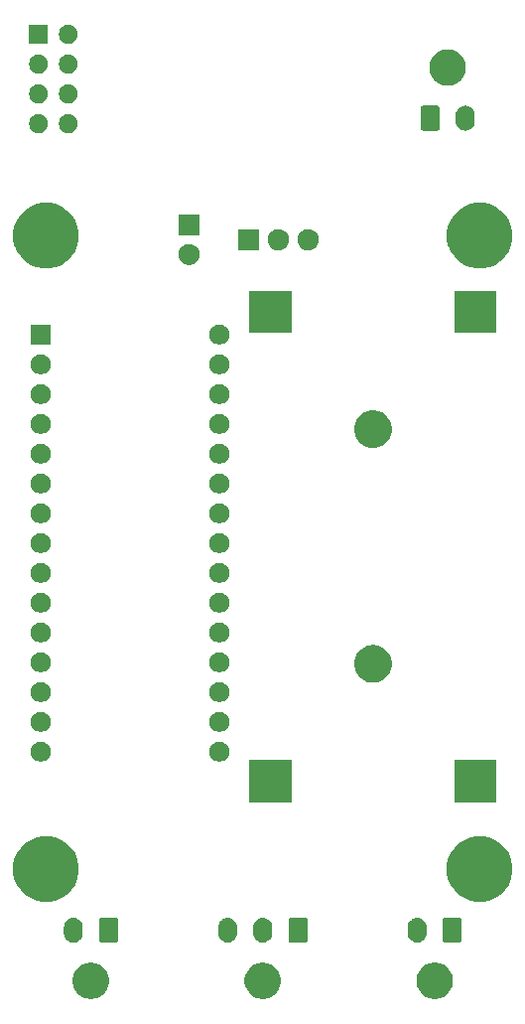
<source format=gbr>
G04 #@! TF.GenerationSoftware,KiCad,Pcbnew,(5.1.5)-3*
G04 #@! TF.CreationDate,2020-05-08T01:08:23-06:00*
G04 #@! TF.ProjectId,MASTER,4d415354-4552-42e6-9b69-6361645f7063,rev?*
G04 #@! TF.SameCoordinates,Original*
G04 #@! TF.FileFunction,Soldermask,Bot*
G04 #@! TF.FilePolarity,Negative*
%FSLAX46Y46*%
G04 Gerber Fmt 4.6, Leading zero omitted, Abs format (unit mm)*
G04 Created by KiCad (PCBNEW (5.1.5)-3) date 2020-05-08 01:08:23*
%MOMM*%
%LPD*%
G04 APERTURE LIST*
%ADD10C,0.100000*%
G04 APERTURE END LIST*
D10*
G36*
X68142585Y-142498802D02*
G01*
X68292410Y-142528604D01*
X68574674Y-142645521D01*
X68828705Y-142815259D01*
X69044741Y-143031295D01*
X69214479Y-143285326D01*
X69331396Y-143567590D01*
X69391000Y-143867240D01*
X69391000Y-144172760D01*
X69331396Y-144472410D01*
X69214479Y-144754674D01*
X69044741Y-145008705D01*
X68828705Y-145224741D01*
X68574674Y-145394479D01*
X68292410Y-145511396D01*
X68142585Y-145541198D01*
X67992761Y-145571000D01*
X67687239Y-145571000D01*
X67537415Y-145541198D01*
X67387590Y-145511396D01*
X67105326Y-145394479D01*
X66851295Y-145224741D01*
X66635259Y-145008705D01*
X66465521Y-144754674D01*
X66348604Y-144472410D01*
X66289000Y-144172760D01*
X66289000Y-143867240D01*
X66348604Y-143567590D01*
X66465521Y-143285326D01*
X66635259Y-143031295D01*
X66851295Y-142815259D01*
X67105326Y-142645521D01*
X67387590Y-142528604D01*
X67537415Y-142498802D01*
X67687239Y-142469000D01*
X67992761Y-142469000D01*
X68142585Y-142498802D01*
G37*
G36*
X82802585Y-142498802D02*
G01*
X82952410Y-142528604D01*
X83234674Y-142645521D01*
X83488705Y-142815259D01*
X83704741Y-143031295D01*
X83874479Y-143285326D01*
X83991396Y-143567590D01*
X84051000Y-143867240D01*
X84051000Y-144172760D01*
X83991396Y-144472410D01*
X83874479Y-144754674D01*
X83704741Y-145008705D01*
X83488705Y-145224741D01*
X83234674Y-145394479D01*
X82952410Y-145511396D01*
X82802585Y-145541198D01*
X82652761Y-145571000D01*
X82347239Y-145571000D01*
X82197415Y-145541198D01*
X82047590Y-145511396D01*
X81765326Y-145394479D01*
X81511295Y-145224741D01*
X81295259Y-145008705D01*
X81125521Y-144754674D01*
X81008604Y-144472410D01*
X80949000Y-144172760D01*
X80949000Y-143867240D01*
X81008604Y-143567590D01*
X81125521Y-143285326D01*
X81295259Y-143031295D01*
X81511295Y-142815259D01*
X81765326Y-142645521D01*
X82047590Y-142528604D01*
X82197415Y-142498802D01*
X82347239Y-142469000D01*
X82652761Y-142469000D01*
X82802585Y-142498802D01*
G37*
G36*
X97462585Y-142498802D02*
G01*
X97612410Y-142528604D01*
X97894674Y-142645521D01*
X98148705Y-142815259D01*
X98364741Y-143031295D01*
X98534479Y-143285326D01*
X98651396Y-143567590D01*
X98711000Y-143867240D01*
X98711000Y-144172760D01*
X98651396Y-144472410D01*
X98534479Y-144754674D01*
X98364741Y-145008705D01*
X98148705Y-145224741D01*
X97894674Y-145394479D01*
X97612410Y-145511396D01*
X97462585Y-145541198D01*
X97312761Y-145571000D01*
X97007239Y-145571000D01*
X96857415Y-145541198D01*
X96707590Y-145511396D01*
X96425326Y-145394479D01*
X96171295Y-145224741D01*
X95955259Y-145008705D01*
X95785521Y-144754674D01*
X95668604Y-144472410D01*
X95609000Y-144172760D01*
X95609000Y-143867240D01*
X95668604Y-143567590D01*
X95785521Y-143285326D01*
X95955259Y-143031295D01*
X96171295Y-142815259D01*
X96425326Y-142645521D01*
X96707590Y-142528604D01*
X96857415Y-142498802D01*
X97007239Y-142469000D01*
X97312761Y-142469000D01*
X97462585Y-142498802D01*
G37*
G36*
X82657023Y-138650590D02*
G01*
X82722512Y-138670456D01*
X82808013Y-138696392D01*
X82947165Y-138770771D01*
X83069133Y-138870867D01*
X83169229Y-138992835D01*
X83243608Y-139131987D01*
X83243608Y-139131988D01*
X83289410Y-139282977D01*
X83301000Y-139400655D01*
X83301000Y-139999345D01*
X83289410Y-140117023D01*
X83258875Y-140217682D01*
X83243608Y-140268013D01*
X83169230Y-140407164D01*
X83169229Y-140407165D01*
X83069133Y-140529133D01*
X82966881Y-140613048D01*
X82947164Y-140629229D01*
X82808012Y-140703608D01*
X82757681Y-140718875D01*
X82657022Y-140749410D01*
X82500000Y-140764875D01*
X82342977Y-140749410D01*
X82242318Y-140718875D01*
X82191987Y-140703608D01*
X82052835Y-140629229D01*
X81982118Y-140571193D01*
X81930867Y-140529133D01*
X81830771Y-140407164D01*
X81756393Y-140268013D01*
X81756392Y-140268012D01*
X81741125Y-140217681D01*
X81710590Y-140117022D01*
X81699000Y-139999344D01*
X81699000Y-139400655D01*
X81710590Y-139282977D01*
X81756392Y-139131988D01*
X81756392Y-139131987D01*
X81830772Y-138992835D01*
X81930868Y-138870867D01*
X82052836Y-138770771D01*
X82086807Y-138752613D01*
X82191988Y-138696392D01*
X82277489Y-138670456D01*
X82342978Y-138650590D01*
X82500000Y-138635125D01*
X82657023Y-138650590D01*
G37*
G36*
X66497023Y-138650590D02*
G01*
X66562512Y-138670456D01*
X66648013Y-138696392D01*
X66787165Y-138770771D01*
X66909133Y-138870867D01*
X67009229Y-138992835D01*
X67083608Y-139131987D01*
X67083608Y-139131988D01*
X67129410Y-139282977D01*
X67141000Y-139400655D01*
X67141000Y-139999345D01*
X67129410Y-140117023D01*
X67098875Y-140217682D01*
X67083608Y-140268013D01*
X67009230Y-140407164D01*
X67009229Y-140407165D01*
X66909133Y-140529133D01*
X66806881Y-140613048D01*
X66787164Y-140629229D01*
X66648012Y-140703608D01*
X66597681Y-140718875D01*
X66497022Y-140749410D01*
X66340000Y-140764875D01*
X66182977Y-140749410D01*
X66082318Y-140718875D01*
X66031987Y-140703608D01*
X65892835Y-140629229D01*
X65822118Y-140571193D01*
X65770867Y-140529133D01*
X65670771Y-140407164D01*
X65596393Y-140268013D01*
X65596392Y-140268012D01*
X65581125Y-140217681D01*
X65550590Y-140117022D01*
X65539000Y-139999344D01*
X65539000Y-139400655D01*
X65550590Y-139282977D01*
X65596392Y-139131988D01*
X65596392Y-139131987D01*
X65670772Y-138992835D01*
X65770868Y-138870867D01*
X65892836Y-138770771D01*
X65926807Y-138752613D01*
X66031988Y-138696392D01*
X66117489Y-138670456D01*
X66182978Y-138650590D01*
X66340000Y-138635125D01*
X66497023Y-138650590D01*
G37*
G36*
X79657023Y-138650590D02*
G01*
X79722512Y-138670456D01*
X79808013Y-138696392D01*
X79947165Y-138770771D01*
X80069133Y-138870867D01*
X80169229Y-138992835D01*
X80243608Y-139131987D01*
X80243608Y-139131988D01*
X80289410Y-139282977D01*
X80301000Y-139400655D01*
X80301000Y-139999345D01*
X80289410Y-140117023D01*
X80258875Y-140217682D01*
X80243608Y-140268013D01*
X80169230Y-140407164D01*
X80169229Y-140407165D01*
X80069133Y-140529133D01*
X79966881Y-140613048D01*
X79947164Y-140629229D01*
X79808012Y-140703608D01*
X79757681Y-140718875D01*
X79657022Y-140749410D01*
X79500000Y-140764875D01*
X79342977Y-140749410D01*
X79242318Y-140718875D01*
X79191987Y-140703608D01*
X79052835Y-140629229D01*
X78982118Y-140571193D01*
X78930867Y-140529133D01*
X78830771Y-140407164D01*
X78756393Y-140268013D01*
X78756392Y-140268012D01*
X78741125Y-140217681D01*
X78710590Y-140117022D01*
X78699000Y-139999344D01*
X78699000Y-139400655D01*
X78710590Y-139282977D01*
X78756392Y-139131988D01*
X78756392Y-139131987D01*
X78830772Y-138992835D01*
X78930868Y-138870867D01*
X79052836Y-138770771D01*
X79086807Y-138752613D01*
X79191988Y-138696392D01*
X79277489Y-138670456D01*
X79342978Y-138650590D01*
X79500000Y-138635125D01*
X79657023Y-138650590D01*
G37*
G36*
X95817023Y-138650590D02*
G01*
X95882512Y-138670456D01*
X95968013Y-138696392D01*
X96107165Y-138770771D01*
X96229133Y-138870867D01*
X96329229Y-138992835D01*
X96403608Y-139131987D01*
X96403608Y-139131988D01*
X96449410Y-139282977D01*
X96461000Y-139400655D01*
X96461000Y-139999345D01*
X96449410Y-140117023D01*
X96418875Y-140217682D01*
X96403608Y-140268013D01*
X96329230Y-140407164D01*
X96329229Y-140407165D01*
X96229133Y-140529133D01*
X96126881Y-140613048D01*
X96107164Y-140629229D01*
X95968012Y-140703608D01*
X95917681Y-140718875D01*
X95817022Y-140749410D01*
X95660000Y-140764875D01*
X95502977Y-140749410D01*
X95402318Y-140718875D01*
X95351987Y-140703608D01*
X95212835Y-140629229D01*
X95142118Y-140571193D01*
X95090867Y-140529133D01*
X94990771Y-140407164D01*
X94916393Y-140268013D01*
X94916392Y-140268012D01*
X94901125Y-140217681D01*
X94870590Y-140117022D01*
X94859000Y-139999344D01*
X94859000Y-139400655D01*
X94870590Y-139282977D01*
X94916392Y-139131988D01*
X94916392Y-139131987D01*
X94990772Y-138992835D01*
X95090868Y-138870867D01*
X95212836Y-138770771D01*
X95246807Y-138752613D01*
X95351988Y-138696392D01*
X95437489Y-138670456D01*
X95502978Y-138650590D01*
X95660000Y-138635125D01*
X95817023Y-138650590D01*
G37*
G36*
X86153048Y-138643122D02*
G01*
X86187387Y-138653539D01*
X86219036Y-138670456D01*
X86246778Y-138693222D01*
X86269544Y-138720964D01*
X86286461Y-138752613D01*
X86296878Y-138786952D01*
X86301000Y-138828807D01*
X86301000Y-140571193D01*
X86296878Y-140613048D01*
X86286461Y-140647387D01*
X86269544Y-140679036D01*
X86246778Y-140706778D01*
X86219036Y-140729544D01*
X86187387Y-140746461D01*
X86153048Y-140756878D01*
X86111193Y-140761000D01*
X84888807Y-140761000D01*
X84846952Y-140756878D01*
X84812613Y-140746461D01*
X84780964Y-140729544D01*
X84753222Y-140706778D01*
X84730456Y-140679036D01*
X84713539Y-140647387D01*
X84703122Y-140613048D01*
X84699000Y-140571193D01*
X84699000Y-138828807D01*
X84703122Y-138786952D01*
X84713539Y-138752613D01*
X84730456Y-138720964D01*
X84753222Y-138693222D01*
X84780964Y-138670456D01*
X84812613Y-138653539D01*
X84846952Y-138643122D01*
X84888807Y-138639000D01*
X86111193Y-138639000D01*
X86153048Y-138643122D01*
G37*
G36*
X99313048Y-138643122D02*
G01*
X99347387Y-138653539D01*
X99379036Y-138670456D01*
X99406778Y-138693222D01*
X99429544Y-138720964D01*
X99446461Y-138752613D01*
X99456878Y-138786952D01*
X99461000Y-138828807D01*
X99461000Y-140571193D01*
X99456878Y-140613048D01*
X99446461Y-140647387D01*
X99429544Y-140679036D01*
X99406778Y-140706778D01*
X99379036Y-140729544D01*
X99347387Y-140746461D01*
X99313048Y-140756878D01*
X99271193Y-140761000D01*
X98048807Y-140761000D01*
X98006952Y-140756878D01*
X97972613Y-140746461D01*
X97940964Y-140729544D01*
X97913222Y-140706778D01*
X97890456Y-140679036D01*
X97873539Y-140647387D01*
X97863122Y-140613048D01*
X97859000Y-140571193D01*
X97859000Y-138828807D01*
X97863122Y-138786952D01*
X97873539Y-138752613D01*
X97890456Y-138720964D01*
X97913222Y-138693222D01*
X97940964Y-138670456D01*
X97972613Y-138653539D01*
X98006952Y-138643122D01*
X98048807Y-138639000D01*
X99271193Y-138639000D01*
X99313048Y-138643122D01*
G37*
G36*
X69993048Y-138643122D02*
G01*
X70027387Y-138653539D01*
X70059036Y-138670456D01*
X70086778Y-138693222D01*
X70109544Y-138720964D01*
X70126461Y-138752613D01*
X70136878Y-138786952D01*
X70141000Y-138828807D01*
X70141000Y-140571193D01*
X70136878Y-140613048D01*
X70126461Y-140647387D01*
X70109544Y-140679036D01*
X70086778Y-140706778D01*
X70059036Y-140729544D01*
X70027387Y-140746461D01*
X69993048Y-140756878D01*
X69951193Y-140761000D01*
X68728807Y-140761000D01*
X68686952Y-140756878D01*
X68652613Y-140746461D01*
X68620964Y-140729544D01*
X68593222Y-140706778D01*
X68570456Y-140679036D01*
X68553539Y-140647387D01*
X68543122Y-140613048D01*
X68539000Y-140571193D01*
X68539000Y-138828807D01*
X68543122Y-138786952D01*
X68553539Y-138752613D01*
X68570456Y-138720964D01*
X68593222Y-138693222D01*
X68620964Y-138670456D01*
X68652613Y-138653539D01*
X68686952Y-138643122D01*
X68728807Y-138639000D01*
X69951193Y-138639000D01*
X69993048Y-138643122D01*
G37*
G36*
X64817021Y-131806640D02*
G01*
X65326769Y-132017785D01*
X65326771Y-132017786D01*
X65785534Y-132324321D01*
X66175679Y-132714466D01*
X66482214Y-133173229D01*
X66482215Y-133173231D01*
X66693360Y-133682979D01*
X66801000Y-134224124D01*
X66801000Y-134775876D01*
X66693360Y-135317021D01*
X66482215Y-135826769D01*
X66482214Y-135826771D01*
X66175679Y-136285534D01*
X65785534Y-136675679D01*
X65326771Y-136982214D01*
X65326770Y-136982215D01*
X65326769Y-136982215D01*
X64817021Y-137193360D01*
X64275876Y-137301000D01*
X63724124Y-137301000D01*
X63182979Y-137193360D01*
X62673231Y-136982215D01*
X62673230Y-136982215D01*
X62673229Y-136982214D01*
X62214466Y-136675679D01*
X61824321Y-136285534D01*
X61517786Y-135826771D01*
X61517785Y-135826769D01*
X61306640Y-135317021D01*
X61199000Y-134775876D01*
X61199000Y-134224124D01*
X61306640Y-133682979D01*
X61517785Y-133173231D01*
X61517786Y-133173229D01*
X61824321Y-132714466D01*
X62214466Y-132324321D01*
X62673229Y-132017786D01*
X62673231Y-132017785D01*
X63182979Y-131806640D01*
X63724124Y-131699000D01*
X64275876Y-131699000D01*
X64817021Y-131806640D01*
G37*
G36*
X101817021Y-131806640D02*
G01*
X102326769Y-132017785D01*
X102326771Y-132017786D01*
X102785534Y-132324321D01*
X103175679Y-132714466D01*
X103482214Y-133173229D01*
X103482215Y-133173231D01*
X103693360Y-133682979D01*
X103801000Y-134224124D01*
X103801000Y-134775876D01*
X103693360Y-135317021D01*
X103482215Y-135826769D01*
X103482214Y-135826771D01*
X103175679Y-136285534D01*
X102785534Y-136675679D01*
X102326771Y-136982214D01*
X102326770Y-136982215D01*
X102326769Y-136982215D01*
X101817021Y-137193360D01*
X101275876Y-137301000D01*
X100724124Y-137301000D01*
X100182979Y-137193360D01*
X99673231Y-136982215D01*
X99673230Y-136982215D01*
X99673229Y-136982214D01*
X99214466Y-136675679D01*
X98824321Y-136285534D01*
X98517786Y-135826771D01*
X98517785Y-135826769D01*
X98306640Y-135317021D01*
X98199000Y-134775876D01*
X98199000Y-134224124D01*
X98306640Y-133682979D01*
X98517785Y-133173231D01*
X98517786Y-133173229D01*
X98824321Y-132714466D01*
X99214466Y-132324321D01*
X99673229Y-132017786D01*
X99673231Y-132017785D01*
X100182979Y-131806640D01*
X100724124Y-131699000D01*
X101275876Y-131699000D01*
X101817021Y-131806640D01*
G37*
G36*
X84949666Y-128795001D02*
G01*
X81347666Y-128795001D01*
X81347666Y-125193001D01*
X84949666Y-125193001D01*
X84949666Y-128795001D01*
G37*
G36*
X102449666Y-128795001D02*
G01*
X98847666Y-128795001D01*
X98847666Y-125193001D01*
X102449666Y-125193001D01*
X102449666Y-128795001D01*
G37*
G36*
X63795561Y-123662704D02*
G01*
X63950433Y-123726854D01*
X64089814Y-123819986D01*
X64208348Y-123938520D01*
X64301480Y-124077901D01*
X64365630Y-124232773D01*
X64398333Y-124397185D01*
X64398333Y-124564817D01*
X64365630Y-124729229D01*
X64301480Y-124884101D01*
X64208348Y-125023482D01*
X64089814Y-125142016D01*
X63950433Y-125235148D01*
X63795561Y-125299298D01*
X63631149Y-125332001D01*
X63463517Y-125332001D01*
X63299105Y-125299298D01*
X63144233Y-125235148D01*
X63004852Y-125142016D01*
X62886318Y-125023482D01*
X62793186Y-124884101D01*
X62729036Y-124729229D01*
X62696333Y-124564817D01*
X62696333Y-124397185D01*
X62729036Y-124232773D01*
X62793186Y-124077901D01*
X62886318Y-123938520D01*
X63004852Y-123819986D01*
X63144233Y-123726854D01*
X63299105Y-123662704D01*
X63463517Y-123630001D01*
X63631149Y-123630001D01*
X63795561Y-123662704D01*
G37*
G36*
X79035561Y-123662704D02*
G01*
X79190433Y-123726854D01*
X79329814Y-123819986D01*
X79448348Y-123938520D01*
X79541480Y-124077901D01*
X79605630Y-124232773D01*
X79638333Y-124397185D01*
X79638333Y-124564817D01*
X79605630Y-124729229D01*
X79541480Y-124884101D01*
X79448348Y-125023482D01*
X79329814Y-125142016D01*
X79190433Y-125235148D01*
X79035561Y-125299298D01*
X78871149Y-125332001D01*
X78703517Y-125332001D01*
X78539105Y-125299298D01*
X78384233Y-125235148D01*
X78244852Y-125142016D01*
X78126318Y-125023482D01*
X78033186Y-124884101D01*
X77969036Y-124729229D01*
X77936333Y-124564817D01*
X77936333Y-124397185D01*
X77969036Y-124232773D01*
X78033186Y-124077901D01*
X78126318Y-123938520D01*
X78244852Y-123819986D01*
X78384233Y-123726854D01*
X78539105Y-123662704D01*
X78703517Y-123630001D01*
X78871149Y-123630001D01*
X79035561Y-123662704D01*
G37*
G36*
X79035561Y-121122704D02*
G01*
X79190433Y-121186854D01*
X79329814Y-121279986D01*
X79448348Y-121398520D01*
X79541480Y-121537901D01*
X79605630Y-121692773D01*
X79638333Y-121857185D01*
X79638333Y-122024817D01*
X79605630Y-122189229D01*
X79541480Y-122344101D01*
X79448348Y-122483482D01*
X79329814Y-122602016D01*
X79190433Y-122695148D01*
X79035561Y-122759298D01*
X78871149Y-122792001D01*
X78703517Y-122792001D01*
X78539105Y-122759298D01*
X78384233Y-122695148D01*
X78244852Y-122602016D01*
X78126318Y-122483482D01*
X78033186Y-122344101D01*
X77969036Y-122189229D01*
X77936333Y-122024817D01*
X77936333Y-121857185D01*
X77969036Y-121692773D01*
X78033186Y-121537901D01*
X78126318Y-121398520D01*
X78244852Y-121279986D01*
X78384233Y-121186854D01*
X78539105Y-121122704D01*
X78703517Y-121090001D01*
X78871149Y-121090001D01*
X79035561Y-121122704D01*
G37*
G36*
X63795561Y-121122704D02*
G01*
X63950433Y-121186854D01*
X64089814Y-121279986D01*
X64208348Y-121398520D01*
X64301480Y-121537901D01*
X64365630Y-121692773D01*
X64398333Y-121857185D01*
X64398333Y-122024817D01*
X64365630Y-122189229D01*
X64301480Y-122344101D01*
X64208348Y-122483482D01*
X64089814Y-122602016D01*
X63950433Y-122695148D01*
X63795561Y-122759298D01*
X63631149Y-122792001D01*
X63463517Y-122792001D01*
X63299105Y-122759298D01*
X63144233Y-122695148D01*
X63004852Y-122602016D01*
X62886318Y-122483482D01*
X62793186Y-122344101D01*
X62729036Y-122189229D01*
X62696333Y-122024817D01*
X62696333Y-121857185D01*
X62729036Y-121692773D01*
X62793186Y-121537901D01*
X62886318Y-121398520D01*
X63004852Y-121279986D01*
X63144233Y-121186854D01*
X63299105Y-121122704D01*
X63463517Y-121090001D01*
X63631149Y-121090001D01*
X63795561Y-121122704D01*
G37*
G36*
X63795561Y-118582704D02*
G01*
X63950433Y-118646854D01*
X64089814Y-118739986D01*
X64208348Y-118858520D01*
X64301480Y-118997901D01*
X64365630Y-119152773D01*
X64398333Y-119317185D01*
X64398333Y-119484817D01*
X64365630Y-119649229D01*
X64301480Y-119804101D01*
X64208348Y-119943482D01*
X64089814Y-120062016D01*
X63950433Y-120155148D01*
X63795561Y-120219298D01*
X63631149Y-120252001D01*
X63463517Y-120252001D01*
X63299105Y-120219298D01*
X63144233Y-120155148D01*
X63004852Y-120062016D01*
X62886318Y-119943482D01*
X62793186Y-119804101D01*
X62729036Y-119649229D01*
X62696333Y-119484817D01*
X62696333Y-119317185D01*
X62729036Y-119152773D01*
X62793186Y-118997901D01*
X62886318Y-118858520D01*
X63004852Y-118739986D01*
X63144233Y-118646854D01*
X63299105Y-118582704D01*
X63463517Y-118550001D01*
X63631149Y-118550001D01*
X63795561Y-118582704D01*
G37*
G36*
X79035561Y-118582704D02*
G01*
X79190433Y-118646854D01*
X79329814Y-118739986D01*
X79448348Y-118858520D01*
X79541480Y-118997901D01*
X79605630Y-119152773D01*
X79638333Y-119317185D01*
X79638333Y-119484817D01*
X79605630Y-119649229D01*
X79541480Y-119804101D01*
X79448348Y-119943482D01*
X79329814Y-120062016D01*
X79190433Y-120155148D01*
X79035561Y-120219298D01*
X78871149Y-120252001D01*
X78703517Y-120252001D01*
X78539105Y-120219298D01*
X78384233Y-120155148D01*
X78244852Y-120062016D01*
X78126318Y-119943482D01*
X78033186Y-119804101D01*
X77969036Y-119649229D01*
X77936333Y-119484817D01*
X77936333Y-119317185D01*
X77969036Y-119152773D01*
X78033186Y-118997901D01*
X78126318Y-118858520D01*
X78244852Y-118739986D01*
X78384233Y-118646854D01*
X78539105Y-118582704D01*
X78703517Y-118550001D01*
X78871149Y-118550001D01*
X79035561Y-118582704D01*
G37*
G36*
X92094883Y-115400666D02*
G01*
X92365661Y-115454526D01*
X92657024Y-115575213D01*
X92919244Y-115750423D01*
X93142244Y-115973423D01*
X93317454Y-116235643D01*
X93438141Y-116527006D01*
X93499666Y-116836316D01*
X93499666Y-117151686D01*
X93438141Y-117460996D01*
X93317454Y-117752359D01*
X93142244Y-118014579D01*
X92919244Y-118237579D01*
X92657024Y-118412789D01*
X92365661Y-118533476D01*
X92094883Y-118587336D01*
X92056352Y-118595001D01*
X91740980Y-118595001D01*
X91702449Y-118587336D01*
X91431671Y-118533476D01*
X91140308Y-118412789D01*
X90878088Y-118237579D01*
X90655088Y-118014579D01*
X90479878Y-117752359D01*
X90359191Y-117460996D01*
X90297666Y-117151686D01*
X90297666Y-116836316D01*
X90359191Y-116527006D01*
X90479878Y-116235643D01*
X90655088Y-115973423D01*
X90878088Y-115750423D01*
X91140308Y-115575213D01*
X91431671Y-115454526D01*
X91702449Y-115400666D01*
X91740980Y-115393001D01*
X92056352Y-115393001D01*
X92094883Y-115400666D01*
G37*
G36*
X63795561Y-116042704D02*
G01*
X63950433Y-116106854D01*
X64089814Y-116199986D01*
X64208348Y-116318520D01*
X64301480Y-116457901D01*
X64365630Y-116612773D01*
X64398333Y-116777185D01*
X64398333Y-116944817D01*
X64365630Y-117109229D01*
X64301480Y-117264101D01*
X64208348Y-117403482D01*
X64089814Y-117522016D01*
X63950433Y-117615148D01*
X63795561Y-117679298D01*
X63631149Y-117712001D01*
X63463517Y-117712001D01*
X63299105Y-117679298D01*
X63144233Y-117615148D01*
X63004852Y-117522016D01*
X62886318Y-117403482D01*
X62793186Y-117264101D01*
X62729036Y-117109229D01*
X62696333Y-116944817D01*
X62696333Y-116777185D01*
X62729036Y-116612773D01*
X62793186Y-116457901D01*
X62886318Y-116318520D01*
X63004852Y-116199986D01*
X63144233Y-116106854D01*
X63299105Y-116042704D01*
X63463517Y-116010001D01*
X63631149Y-116010001D01*
X63795561Y-116042704D01*
G37*
G36*
X79035561Y-116042704D02*
G01*
X79190433Y-116106854D01*
X79329814Y-116199986D01*
X79448348Y-116318520D01*
X79541480Y-116457901D01*
X79605630Y-116612773D01*
X79638333Y-116777185D01*
X79638333Y-116944817D01*
X79605630Y-117109229D01*
X79541480Y-117264101D01*
X79448348Y-117403482D01*
X79329814Y-117522016D01*
X79190433Y-117615148D01*
X79035561Y-117679298D01*
X78871149Y-117712001D01*
X78703517Y-117712001D01*
X78539105Y-117679298D01*
X78384233Y-117615148D01*
X78244852Y-117522016D01*
X78126318Y-117403482D01*
X78033186Y-117264101D01*
X77969036Y-117109229D01*
X77936333Y-116944817D01*
X77936333Y-116777185D01*
X77969036Y-116612773D01*
X78033186Y-116457901D01*
X78126318Y-116318520D01*
X78244852Y-116199986D01*
X78384233Y-116106854D01*
X78539105Y-116042704D01*
X78703517Y-116010001D01*
X78871149Y-116010001D01*
X79035561Y-116042704D01*
G37*
G36*
X79035561Y-113502704D02*
G01*
X79190433Y-113566854D01*
X79329814Y-113659986D01*
X79448348Y-113778520D01*
X79541480Y-113917901D01*
X79605630Y-114072773D01*
X79638333Y-114237185D01*
X79638333Y-114404817D01*
X79605630Y-114569229D01*
X79541480Y-114724101D01*
X79448348Y-114863482D01*
X79329814Y-114982016D01*
X79190433Y-115075148D01*
X79035561Y-115139298D01*
X78871149Y-115172001D01*
X78703517Y-115172001D01*
X78539105Y-115139298D01*
X78384233Y-115075148D01*
X78244852Y-114982016D01*
X78126318Y-114863482D01*
X78033186Y-114724101D01*
X77969036Y-114569229D01*
X77936333Y-114404817D01*
X77936333Y-114237185D01*
X77969036Y-114072773D01*
X78033186Y-113917901D01*
X78126318Y-113778520D01*
X78244852Y-113659986D01*
X78384233Y-113566854D01*
X78539105Y-113502704D01*
X78703517Y-113470001D01*
X78871149Y-113470001D01*
X79035561Y-113502704D01*
G37*
G36*
X63795561Y-113502704D02*
G01*
X63950433Y-113566854D01*
X64089814Y-113659986D01*
X64208348Y-113778520D01*
X64301480Y-113917901D01*
X64365630Y-114072773D01*
X64398333Y-114237185D01*
X64398333Y-114404817D01*
X64365630Y-114569229D01*
X64301480Y-114724101D01*
X64208348Y-114863482D01*
X64089814Y-114982016D01*
X63950433Y-115075148D01*
X63795561Y-115139298D01*
X63631149Y-115172001D01*
X63463517Y-115172001D01*
X63299105Y-115139298D01*
X63144233Y-115075148D01*
X63004852Y-114982016D01*
X62886318Y-114863482D01*
X62793186Y-114724101D01*
X62729036Y-114569229D01*
X62696333Y-114404817D01*
X62696333Y-114237185D01*
X62729036Y-114072773D01*
X62793186Y-113917901D01*
X62886318Y-113778520D01*
X63004852Y-113659986D01*
X63144233Y-113566854D01*
X63299105Y-113502704D01*
X63463517Y-113470001D01*
X63631149Y-113470001D01*
X63795561Y-113502704D01*
G37*
G36*
X79035561Y-110962704D02*
G01*
X79190433Y-111026854D01*
X79329814Y-111119986D01*
X79448348Y-111238520D01*
X79541480Y-111377901D01*
X79605630Y-111532773D01*
X79638333Y-111697185D01*
X79638333Y-111864817D01*
X79605630Y-112029229D01*
X79541480Y-112184101D01*
X79448348Y-112323482D01*
X79329814Y-112442016D01*
X79190433Y-112535148D01*
X79035561Y-112599298D01*
X78871149Y-112632001D01*
X78703517Y-112632001D01*
X78539105Y-112599298D01*
X78384233Y-112535148D01*
X78244852Y-112442016D01*
X78126318Y-112323482D01*
X78033186Y-112184101D01*
X77969036Y-112029229D01*
X77936333Y-111864817D01*
X77936333Y-111697185D01*
X77969036Y-111532773D01*
X78033186Y-111377901D01*
X78126318Y-111238520D01*
X78244852Y-111119986D01*
X78384233Y-111026854D01*
X78539105Y-110962704D01*
X78703517Y-110930001D01*
X78871149Y-110930001D01*
X79035561Y-110962704D01*
G37*
G36*
X63795561Y-110962704D02*
G01*
X63950433Y-111026854D01*
X64089814Y-111119986D01*
X64208348Y-111238520D01*
X64301480Y-111377901D01*
X64365630Y-111532773D01*
X64398333Y-111697185D01*
X64398333Y-111864817D01*
X64365630Y-112029229D01*
X64301480Y-112184101D01*
X64208348Y-112323482D01*
X64089814Y-112442016D01*
X63950433Y-112535148D01*
X63795561Y-112599298D01*
X63631149Y-112632001D01*
X63463517Y-112632001D01*
X63299105Y-112599298D01*
X63144233Y-112535148D01*
X63004852Y-112442016D01*
X62886318Y-112323482D01*
X62793186Y-112184101D01*
X62729036Y-112029229D01*
X62696333Y-111864817D01*
X62696333Y-111697185D01*
X62729036Y-111532773D01*
X62793186Y-111377901D01*
X62886318Y-111238520D01*
X63004852Y-111119986D01*
X63144233Y-111026854D01*
X63299105Y-110962704D01*
X63463517Y-110930001D01*
X63631149Y-110930001D01*
X63795561Y-110962704D01*
G37*
G36*
X63795561Y-108422704D02*
G01*
X63950433Y-108486854D01*
X64089814Y-108579986D01*
X64208348Y-108698520D01*
X64301480Y-108837901D01*
X64365630Y-108992773D01*
X64398333Y-109157185D01*
X64398333Y-109324817D01*
X64365630Y-109489229D01*
X64301480Y-109644101D01*
X64208348Y-109783482D01*
X64089814Y-109902016D01*
X63950433Y-109995148D01*
X63795561Y-110059298D01*
X63631149Y-110092001D01*
X63463517Y-110092001D01*
X63299105Y-110059298D01*
X63144233Y-109995148D01*
X63004852Y-109902016D01*
X62886318Y-109783482D01*
X62793186Y-109644101D01*
X62729036Y-109489229D01*
X62696333Y-109324817D01*
X62696333Y-109157185D01*
X62729036Y-108992773D01*
X62793186Y-108837901D01*
X62886318Y-108698520D01*
X63004852Y-108579986D01*
X63144233Y-108486854D01*
X63299105Y-108422704D01*
X63463517Y-108390001D01*
X63631149Y-108390001D01*
X63795561Y-108422704D01*
G37*
G36*
X79035561Y-108422704D02*
G01*
X79190433Y-108486854D01*
X79329814Y-108579986D01*
X79448348Y-108698520D01*
X79541480Y-108837901D01*
X79605630Y-108992773D01*
X79638333Y-109157185D01*
X79638333Y-109324817D01*
X79605630Y-109489229D01*
X79541480Y-109644101D01*
X79448348Y-109783482D01*
X79329814Y-109902016D01*
X79190433Y-109995148D01*
X79035561Y-110059298D01*
X78871149Y-110092001D01*
X78703517Y-110092001D01*
X78539105Y-110059298D01*
X78384233Y-109995148D01*
X78244852Y-109902016D01*
X78126318Y-109783482D01*
X78033186Y-109644101D01*
X77969036Y-109489229D01*
X77936333Y-109324817D01*
X77936333Y-109157185D01*
X77969036Y-108992773D01*
X78033186Y-108837901D01*
X78126318Y-108698520D01*
X78244852Y-108579986D01*
X78384233Y-108486854D01*
X78539105Y-108422704D01*
X78703517Y-108390001D01*
X78871149Y-108390001D01*
X79035561Y-108422704D01*
G37*
G36*
X79035561Y-105882704D02*
G01*
X79190433Y-105946854D01*
X79329814Y-106039986D01*
X79448348Y-106158520D01*
X79541480Y-106297901D01*
X79605630Y-106452773D01*
X79638333Y-106617185D01*
X79638333Y-106784817D01*
X79605630Y-106949229D01*
X79541480Y-107104101D01*
X79448348Y-107243482D01*
X79329814Y-107362016D01*
X79190433Y-107455148D01*
X79035561Y-107519298D01*
X78871149Y-107552001D01*
X78703517Y-107552001D01*
X78539105Y-107519298D01*
X78384233Y-107455148D01*
X78244852Y-107362016D01*
X78126318Y-107243482D01*
X78033186Y-107104101D01*
X77969036Y-106949229D01*
X77936333Y-106784817D01*
X77936333Y-106617185D01*
X77969036Y-106452773D01*
X78033186Y-106297901D01*
X78126318Y-106158520D01*
X78244852Y-106039986D01*
X78384233Y-105946854D01*
X78539105Y-105882704D01*
X78703517Y-105850001D01*
X78871149Y-105850001D01*
X79035561Y-105882704D01*
G37*
G36*
X63795561Y-105882704D02*
G01*
X63950433Y-105946854D01*
X64089814Y-106039986D01*
X64208348Y-106158520D01*
X64301480Y-106297901D01*
X64365630Y-106452773D01*
X64398333Y-106617185D01*
X64398333Y-106784817D01*
X64365630Y-106949229D01*
X64301480Y-107104101D01*
X64208348Y-107243482D01*
X64089814Y-107362016D01*
X63950433Y-107455148D01*
X63795561Y-107519298D01*
X63631149Y-107552001D01*
X63463517Y-107552001D01*
X63299105Y-107519298D01*
X63144233Y-107455148D01*
X63004852Y-107362016D01*
X62886318Y-107243482D01*
X62793186Y-107104101D01*
X62729036Y-106949229D01*
X62696333Y-106784817D01*
X62696333Y-106617185D01*
X62729036Y-106452773D01*
X62793186Y-106297901D01*
X62886318Y-106158520D01*
X63004852Y-106039986D01*
X63144233Y-105946854D01*
X63299105Y-105882704D01*
X63463517Y-105850001D01*
X63631149Y-105850001D01*
X63795561Y-105882704D01*
G37*
G36*
X63795561Y-103342704D02*
G01*
X63950433Y-103406854D01*
X64089814Y-103499986D01*
X64208348Y-103618520D01*
X64301480Y-103757901D01*
X64365630Y-103912773D01*
X64398333Y-104077185D01*
X64398333Y-104244817D01*
X64365630Y-104409229D01*
X64301480Y-104564101D01*
X64208348Y-104703482D01*
X64089814Y-104822016D01*
X63950433Y-104915148D01*
X63795561Y-104979298D01*
X63631149Y-105012001D01*
X63463517Y-105012001D01*
X63299105Y-104979298D01*
X63144233Y-104915148D01*
X63004852Y-104822016D01*
X62886318Y-104703482D01*
X62793186Y-104564101D01*
X62729036Y-104409229D01*
X62696333Y-104244817D01*
X62696333Y-104077185D01*
X62729036Y-103912773D01*
X62793186Y-103757901D01*
X62886318Y-103618520D01*
X63004852Y-103499986D01*
X63144233Y-103406854D01*
X63299105Y-103342704D01*
X63463517Y-103310001D01*
X63631149Y-103310001D01*
X63795561Y-103342704D01*
G37*
G36*
X79035561Y-103342704D02*
G01*
X79190433Y-103406854D01*
X79329814Y-103499986D01*
X79448348Y-103618520D01*
X79541480Y-103757901D01*
X79605630Y-103912773D01*
X79638333Y-104077185D01*
X79638333Y-104244817D01*
X79605630Y-104409229D01*
X79541480Y-104564101D01*
X79448348Y-104703482D01*
X79329814Y-104822016D01*
X79190433Y-104915148D01*
X79035561Y-104979298D01*
X78871149Y-105012001D01*
X78703517Y-105012001D01*
X78539105Y-104979298D01*
X78384233Y-104915148D01*
X78244852Y-104822016D01*
X78126318Y-104703482D01*
X78033186Y-104564101D01*
X77969036Y-104409229D01*
X77936333Y-104244817D01*
X77936333Y-104077185D01*
X77969036Y-103912773D01*
X78033186Y-103757901D01*
X78126318Y-103618520D01*
X78244852Y-103499986D01*
X78384233Y-103406854D01*
X78539105Y-103342704D01*
X78703517Y-103310001D01*
X78871149Y-103310001D01*
X79035561Y-103342704D01*
G37*
G36*
X79035561Y-100802704D02*
G01*
X79190433Y-100866854D01*
X79329814Y-100959986D01*
X79448348Y-101078520D01*
X79541480Y-101217901D01*
X79605630Y-101372773D01*
X79638333Y-101537185D01*
X79638333Y-101704817D01*
X79605630Y-101869229D01*
X79541480Y-102024101D01*
X79448348Y-102163482D01*
X79329814Y-102282016D01*
X79190433Y-102375148D01*
X79035561Y-102439298D01*
X78871149Y-102472001D01*
X78703517Y-102472001D01*
X78539105Y-102439298D01*
X78384233Y-102375148D01*
X78244852Y-102282016D01*
X78126318Y-102163482D01*
X78033186Y-102024101D01*
X77969036Y-101869229D01*
X77936333Y-101704817D01*
X77936333Y-101537185D01*
X77969036Y-101372773D01*
X78033186Y-101217901D01*
X78126318Y-101078520D01*
X78244852Y-100959986D01*
X78384233Y-100866854D01*
X78539105Y-100802704D01*
X78703517Y-100770001D01*
X78871149Y-100770001D01*
X79035561Y-100802704D01*
G37*
G36*
X63795561Y-100802704D02*
G01*
X63950433Y-100866854D01*
X64089814Y-100959986D01*
X64208348Y-101078520D01*
X64301480Y-101217901D01*
X64365630Y-101372773D01*
X64398333Y-101537185D01*
X64398333Y-101704817D01*
X64365630Y-101869229D01*
X64301480Y-102024101D01*
X64208348Y-102163482D01*
X64089814Y-102282016D01*
X63950433Y-102375148D01*
X63795561Y-102439298D01*
X63631149Y-102472001D01*
X63463517Y-102472001D01*
X63299105Y-102439298D01*
X63144233Y-102375148D01*
X63004852Y-102282016D01*
X62886318Y-102163482D01*
X62793186Y-102024101D01*
X62729036Y-101869229D01*
X62696333Y-101704817D01*
X62696333Y-101537185D01*
X62729036Y-101372773D01*
X62793186Y-101217901D01*
X62886318Y-101078520D01*
X63004852Y-100959986D01*
X63144233Y-100866854D01*
X63299105Y-100802704D01*
X63463517Y-100770001D01*
X63631149Y-100770001D01*
X63795561Y-100802704D01*
G37*
G36*
X63795561Y-98262704D02*
G01*
X63950433Y-98326854D01*
X64089814Y-98419986D01*
X64208348Y-98538520D01*
X64301480Y-98677901D01*
X64365630Y-98832773D01*
X64398333Y-98997185D01*
X64398333Y-99164817D01*
X64365630Y-99329229D01*
X64301480Y-99484101D01*
X64208348Y-99623482D01*
X64089814Y-99742016D01*
X63950433Y-99835148D01*
X63795561Y-99899298D01*
X63631149Y-99932001D01*
X63463517Y-99932001D01*
X63299105Y-99899298D01*
X63144233Y-99835148D01*
X63004852Y-99742016D01*
X62886318Y-99623482D01*
X62793186Y-99484101D01*
X62729036Y-99329229D01*
X62696333Y-99164817D01*
X62696333Y-98997185D01*
X62729036Y-98832773D01*
X62793186Y-98677901D01*
X62886318Y-98538520D01*
X63004852Y-98419986D01*
X63144233Y-98326854D01*
X63299105Y-98262704D01*
X63463517Y-98230001D01*
X63631149Y-98230001D01*
X63795561Y-98262704D01*
G37*
G36*
X79035561Y-98262704D02*
G01*
X79190433Y-98326854D01*
X79329814Y-98419986D01*
X79448348Y-98538520D01*
X79541480Y-98677901D01*
X79605630Y-98832773D01*
X79638333Y-98997185D01*
X79638333Y-99164817D01*
X79605630Y-99329229D01*
X79541480Y-99484101D01*
X79448348Y-99623482D01*
X79329814Y-99742016D01*
X79190433Y-99835148D01*
X79035561Y-99899298D01*
X78871149Y-99932001D01*
X78703517Y-99932001D01*
X78539105Y-99899298D01*
X78384233Y-99835148D01*
X78244852Y-99742016D01*
X78126318Y-99623482D01*
X78033186Y-99484101D01*
X77969036Y-99329229D01*
X77936333Y-99164817D01*
X77936333Y-98997185D01*
X77969036Y-98832773D01*
X78033186Y-98677901D01*
X78126318Y-98538520D01*
X78244852Y-98419986D01*
X78384233Y-98326854D01*
X78539105Y-98262704D01*
X78703517Y-98230001D01*
X78871149Y-98230001D01*
X79035561Y-98262704D01*
G37*
G36*
X92094883Y-95400666D02*
G01*
X92365661Y-95454526D01*
X92657024Y-95575213D01*
X92919244Y-95750423D01*
X93142244Y-95973423D01*
X93317454Y-96235643D01*
X93438141Y-96527006D01*
X93499666Y-96836316D01*
X93499666Y-97151686D01*
X93438141Y-97460996D01*
X93317454Y-97752359D01*
X93142244Y-98014579D01*
X92919244Y-98237579D01*
X92657024Y-98412789D01*
X92365661Y-98533476D01*
X92094883Y-98587336D01*
X92056352Y-98595001D01*
X91740980Y-98595001D01*
X91702449Y-98587336D01*
X91431671Y-98533476D01*
X91140308Y-98412789D01*
X90878088Y-98237579D01*
X90655088Y-98014579D01*
X90479878Y-97752359D01*
X90359191Y-97460996D01*
X90297666Y-97151686D01*
X90297666Y-96836316D01*
X90359191Y-96527006D01*
X90479878Y-96235643D01*
X90655088Y-95973423D01*
X90878088Y-95750423D01*
X91140308Y-95575213D01*
X91431671Y-95454526D01*
X91702449Y-95400666D01*
X91740980Y-95393001D01*
X92056352Y-95393001D01*
X92094883Y-95400666D01*
G37*
G36*
X63795561Y-95722704D02*
G01*
X63950433Y-95786854D01*
X64089814Y-95879986D01*
X64208348Y-95998520D01*
X64301480Y-96137901D01*
X64365630Y-96292773D01*
X64398333Y-96457185D01*
X64398333Y-96624817D01*
X64365630Y-96789229D01*
X64301480Y-96944101D01*
X64208348Y-97083482D01*
X64089814Y-97202016D01*
X63950433Y-97295148D01*
X63795561Y-97359298D01*
X63631149Y-97392001D01*
X63463517Y-97392001D01*
X63299105Y-97359298D01*
X63144233Y-97295148D01*
X63004852Y-97202016D01*
X62886318Y-97083482D01*
X62793186Y-96944101D01*
X62729036Y-96789229D01*
X62696333Y-96624817D01*
X62696333Y-96457185D01*
X62729036Y-96292773D01*
X62793186Y-96137901D01*
X62886318Y-95998520D01*
X63004852Y-95879986D01*
X63144233Y-95786854D01*
X63299105Y-95722704D01*
X63463517Y-95690001D01*
X63631149Y-95690001D01*
X63795561Y-95722704D01*
G37*
G36*
X79035561Y-95722704D02*
G01*
X79190433Y-95786854D01*
X79329814Y-95879986D01*
X79448348Y-95998520D01*
X79541480Y-96137901D01*
X79605630Y-96292773D01*
X79638333Y-96457185D01*
X79638333Y-96624817D01*
X79605630Y-96789229D01*
X79541480Y-96944101D01*
X79448348Y-97083482D01*
X79329814Y-97202016D01*
X79190433Y-97295148D01*
X79035561Y-97359298D01*
X78871149Y-97392001D01*
X78703517Y-97392001D01*
X78539105Y-97359298D01*
X78384233Y-97295148D01*
X78244852Y-97202016D01*
X78126318Y-97083482D01*
X78033186Y-96944101D01*
X77969036Y-96789229D01*
X77936333Y-96624817D01*
X77936333Y-96457185D01*
X77969036Y-96292773D01*
X78033186Y-96137901D01*
X78126318Y-95998520D01*
X78244852Y-95879986D01*
X78384233Y-95786854D01*
X78539105Y-95722704D01*
X78703517Y-95690001D01*
X78871149Y-95690001D01*
X79035561Y-95722704D01*
G37*
G36*
X79035561Y-93182704D02*
G01*
X79190433Y-93246854D01*
X79329814Y-93339986D01*
X79448348Y-93458520D01*
X79541480Y-93597901D01*
X79605630Y-93752773D01*
X79638333Y-93917185D01*
X79638333Y-94084817D01*
X79605630Y-94249229D01*
X79541480Y-94404101D01*
X79448348Y-94543482D01*
X79329814Y-94662016D01*
X79190433Y-94755148D01*
X79035561Y-94819298D01*
X78871149Y-94852001D01*
X78703517Y-94852001D01*
X78539105Y-94819298D01*
X78384233Y-94755148D01*
X78244852Y-94662016D01*
X78126318Y-94543482D01*
X78033186Y-94404101D01*
X77969036Y-94249229D01*
X77936333Y-94084817D01*
X77936333Y-93917185D01*
X77969036Y-93752773D01*
X78033186Y-93597901D01*
X78126318Y-93458520D01*
X78244852Y-93339986D01*
X78384233Y-93246854D01*
X78539105Y-93182704D01*
X78703517Y-93150001D01*
X78871149Y-93150001D01*
X79035561Y-93182704D01*
G37*
G36*
X63795561Y-93182704D02*
G01*
X63950433Y-93246854D01*
X64089814Y-93339986D01*
X64208348Y-93458520D01*
X64301480Y-93597901D01*
X64365630Y-93752773D01*
X64398333Y-93917185D01*
X64398333Y-94084817D01*
X64365630Y-94249229D01*
X64301480Y-94404101D01*
X64208348Y-94543482D01*
X64089814Y-94662016D01*
X63950433Y-94755148D01*
X63795561Y-94819298D01*
X63631149Y-94852001D01*
X63463517Y-94852001D01*
X63299105Y-94819298D01*
X63144233Y-94755148D01*
X63004852Y-94662016D01*
X62886318Y-94543482D01*
X62793186Y-94404101D01*
X62729036Y-94249229D01*
X62696333Y-94084817D01*
X62696333Y-93917185D01*
X62729036Y-93752773D01*
X62793186Y-93597901D01*
X62886318Y-93458520D01*
X63004852Y-93339986D01*
X63144233Y-93246854D01*
X63299105Y-93182704D01*
X63463517Y-93150001D01*
X63631149Y-93150001D01*
X63795561Y-93182704D01*
G37*
G36*
X63795561Y-90642704D02*
G01*
X63950433Y-90706854D01*
X64089814Y-90799986D01*
X64208348Y-90918520D01*
X64301480Y-91057901D01*
X64365630Y-91212773D01*
X64398333Y-91377185D01*
X64398333Y-91544817D01*
X64365630Y-91709229D01*
X64301480Y-91864101D01*
X64208348Y-92003482D01*
X64089814Y-92122016D01*
X63950433Y-92215148D01*
X63795561Y-92279298D01*
X63631149Y-92312001D01*
X63463517Y-92312001D01*
X63299105Y-92279298D01*
X63144233Y-92215148D01*
X63004852Y-92122016D01*
X62886318Y-92003482D01*
X62793186Y-91864101D01*
X62729036Y-91709229D01*
X62696333Y-91544817D01*
X62696333Y-91377185D01*
X62729036Y-91212773D01*
X62793186Y-91057901D01*
X62886318Y-90918520D01*
X63004852Y-90799986D01*
X63144233Y-90706854D01*
X63299105Y-90642704D01*
X63463517Y-90610001D01*
X63631149Y-90610001D01*
X63795561Y-90642704D01*
G37*
G36*
X79035561Y-90642704D02*
G01*
X79190433Y-90706854D01*
X79329814Y-90799986D01*
X79448348Y-90918520D01*
X79541480Y-91057901D01*
X79605630Y-91212773D01*
X79638333Y-91377185D01*
X79638333Y-91544817D01*
X79605630Y-91709229D01*
X79541480Y-91864101D01*
X79448348Y-92003482D01*
X79329814Y-92122016D01*
X79190433Y-92215148D01*
X79035561Y-92279298D01*
X78871149Y-92312001D01*
X78703517Y-92312001D01*
X78539105Y-92279298D01*
X78384233Y-92215148D01*
X78244852Y-92122016D01*
X78126318Y-92003482D01*
X78033186Y-91864101D01*
X77969036Y-91709229D01*
X77936333Y-91544817D01*
X77936333Y-91377185D01*
X77969036Y-91212773D01*
X78033186Y-91057901D01*
X78126318Y-90918520D01*
X78244852Y-90799986D01*
X78384233Y-90706854D01*
X78539105Y-90642704D01*
X78703517Y-90610001D01*
X78871149Y-90610001D01*
X79035561Y-90642704D01*
G37*
G36*
X79035561Y-88102704D02*
G01*
X79190433Y-88166854D01*
X79329814Y-88259986D01*
X79448348Y-88378520D01*
X79541480Y-88517901D01*
X79605630Y-88672773D01*
X79638333Y-88837185D01*
X79638333Y-89004817D01*
X79605630Y-89169229D01*
X79541480Y-89324101D01*
X79448348Y-89463482D01*
X79329814Y-89582016D01*
X79190433Y-89675148D01*
X79035561Y-89739298D01*
X78871149Y-89772001D01*
X78703517Y-89772001D01*
X78539105Y-89739298D01*
X78384233Y-89675148D01*
X78244852Y-89582016D01*
X78126318Y-89463482D01*
X78033186Y-89324101D01*
X77969036Y-89169229D01*
X77936333Y-89004817D01*
X77936333Y-88837185D01*
X77969036Y-88672773D01*
X78033186Y-88517901D01*
X78126318Y-88378520D01*
X78244852Y-88259986D01*
X78384233Y-88166854D01*
X78539105Y-88102704D01*
X78703517Y-88070001D01*
X78871149Y-88070001D01*
X79035561Y-88102704D01*
G37*
G36*
X64398333Y-89772001D02*
G01*
X62696333Y-89772001D01*
X62696333Y-88070001D01*
X64398333Y-88070001D01*
X64398333Y-89772001D01*
G37*
G36*
X102449666Y-88795001D02*
G01*
X98847666Y-88795001D01*
X98847666Y-85193001D01*
X102449666Y-85193001D01*
X102449666Y-88795001D01*
G37*
G36*
X84949666Y-88795001D02*
G01*
X81347666Y-88795001D01*
X81347666Y-85193001D01*
X84949666Y-85193001D01*
X84949666Y-88795001D01*
G37*
G36*
X64817021Y-77806640D02*
G01*
X65326769Y-78017785D01*
X65326771Y-78017786D01*
X65785534Y-78324321D01*
X66175679Y-78714466D01*
X66482214Y-79173229D01*
X66482215Y-79173231D01*
X66693360Y-79682979D01*
X66801000Y-80224124D01*
X66801000Y-80775876D01*
X66693360Y-81317021D01*
X66601888Y-81537853D01*
X66482214Y-81826771D01*
X66175679Y-82285534D01*
X65785534Y-82675679D01*
X65326771Y-82982214D01*
X65326770Y-82982215D01*
X65326769Y-82982215D01*
X64817021Y-83193360D01*
X64275876Y-83301000D01*
X63724124Y-83301000D01*
X63182979Y-83193360D01*
X62673231Y-82982215D01*
X62673230Y-82982215D01*
X62673229Y-82982214D01*
X62214466Y-82675679D01*
X61824321Y-82285534D01*
X61517786Y-81826771D01*
X61398112Y-81537853D01*
X61306640Y-81317021D01*
X61199000Y-80775876D01*
X61199000Y-80224124D01*
X61306640Y-79682979D01*
X61517785Y-79173231D01*
X61517786Y-79173229D01*
X61824321Y-78714466D01*
X62214466Y-78324321D01*
X62673229Y-78017786D01*
X62673231Y-78017785D01*
X63182979Y-77806640D01*
X63724124Y-77699000D01*
X64275876Y-77699000D01*
X64817021Y-77806640D01*
G37*
G36*
X101817021Y-77806640D02*
G01*
X102326769Y-78017785D01*
X102326771Y-78017786D01*
X102785534Y-78324321D01*
X103175679Y-78714466D01*
X103482214Y-79173229D01*
X103482215Y-79173231D01*
X103693360Y-79682979D01*
X103801000Y-80224124D01*
X103801000Y-80775876D01*
X103693360Y-81317021D01*
X103601888Y-81537853D01*
X103482214Y-81826771D01*
X103175679Y-82285534D01*
X102785534Y-82675679D01*
X102326771Y-82982214D01*
X102326770Y-82982215D01*
X102326769Y-82982215D01*
X101817021Y-83193360D01*
X101275876Y-83301000D01*
X100724124Y-83301000D01*
X100182979Y-83193360D01*
X99673231Y-82982215D01*
X99673230Y-82982215D01*
X99673229Y-82982214D01*
X99214466Y-82675679D01*
X98824321Y-82285534D01*
X98517786Y-81826771D01*
X98398112Y-81537853D01*
X98306640Y-81317021D01*
X98199000Y-80775876D01*
X98199000Y-80224124D01*
X98306640Y-79682979D01*
X98517785Y-79173231D01*
X98517786Y-79173229D01*
X98824321Y-78714466D01*
X99214466Y-78324321D01*
X99673229Y-78017786D01*
X99673231Y-78017785D01*
X100182979Y-77806640D01*
X100724124Y-77699000D01*
X101275876Y-77699000D01*
X101817021Y-77806640D01*
G37*
G36*
X76313512Y-81206927D02*
G01*
X76462812Y-81236624D01*
X76626784Y-81304544D01*
X76774354Y-81403147D01*
X76899853Y-81528646D01*
X76998456Y-81676216D01*
X77066376Y-81840188D01*
X77101000Y-82014259D01*
X77101000Y-82191741D01*
X77066376Y-82365812D01*
X76998456Y-82529784D01*
X76899853Y-82677354D01*
X76774354Y-82802853D01*
X76626784Y-82901456D01*
X76462812Y-82969376D01*
X76313512Y-82999073D01*
X76288742Y-83004000D01*
X76111258Y-83004000D01*
X76086488Y-82999073D01*
X75937188Y-82969376D01*
X75773216Y-82901456D01*
X75625646Y-82802853D01*
X75500147Y-82677354D01*
X75401544Y-82529784D01*
X75333624Y-82365812D01*
X75299000Y-82191741D01*
X75299000Y-82014259D01*
X75333624Y-81840188D01*
X75401544Y-81676216D01*
X75500147Y-81528646D01*
X75625646Y-81403147D01*
X75773216Y-81304544D01*
X75937188Y-81236624D01*
X76086488Y-81206927D01*
X76111258Y-81202000D01*
X76288742Y-81202000D01*
X76313512Y-81206927D01*
G37*
G36*
X86473512Y-79941927D02*
G01*
X86622812Y-79971624D01*
X86786784Y-80039544D01*
X86934354Y-80138147D01*
X87059853Y-80263646D01*
X87158456Y-80411216D01*
X87226376Y-80575188D01*
X87261000Y-80749259D01*
X87261000Y-80926741D01*
X87226376Y-81100812D01*
X87158456Y-81264784D01*
X87059853Y-81412354D01*
X86934354Y-81537853D01*
X86786784Y-81636456D01*
X86622812Y-81704376D01*
X86473512Y-81734073D01*
X86448742Y-81739000D01*
X86271258Y-81739000D01*
X86246488Y-81734073D01*
X86097188Y-81704376D01*
X85933216Y-81636456D01*
X85785646Y-81537853D01*
X85660147Y-81412354D01*
X85561544Y-81264784D01*
X85493624Y-81100812D01*
X85459000Y-80926741D01*
X85459000Y-80749259D01*
X85493624Y-80575188D01*
X85561544Y-80411216D01*
X85660147Y-80263646D01*
X85785646Y-80138147D01*
X85933216Y-80039544D01*
X86097188Y-79971624D01*
X86246488Y-79941927D01*
X86271258Y-79937000D01*
X86448742Y-79937000D01*
X86473512Y-79941927D01*
G37*
G36*
X83933512Y-79941927D02*
G01*
X84082812Y-79971624D01*
X84246784Y-80039544D01*
X84394354Y-80138147D01*
X84519853Y-80263646D01*
X84618456Y-80411216D01*
X84686376Y-80575188D01*
X84721000Y-80749259D01*
X84721000Y-80926741D01*
X84686376Y-81100812D01*
X84618456Y-81264784D01*
X84519853Y-81412354D01*
X84394354Y-81537853D01*
X84246784Y-81636456D01*
X84082812Y-81704376D01*
X83933512Y-81734073D01*
X83908742Y-81739000D01*
X83731258Y-81739000D01*
X83706488Y-81734073D01*
X83557188Y-81704376D01*
X83393216Y-81636456D01*
X83245646Y-81537853D01*
X83120147Y-81412354D01*
X83021544Y-81264784D01*
X82953624Y-81100812D01*
X82919000Y-80926741D01*
X82919000Y-80749259D01*
X82953624Y-80575188D01*
X83021544Y-80411216D01*
X83120147Y-80263646D01*
X83245646Y-80138147D01*
X83393216Y-80039544D01*
X83557188Y-79971624D01*
X83706488Y-79941927D01*
X83731258Y-79937000D01*
X83908742Y-79937000D01*
X83933512Y-79941927D01*
G37*
G36*
X82181000Y-81739000D02*
G01*
X80379000Y-81739000D01*
X80379000Y-79937000D01*
X82181000Y-79937000D01*
X82181000Y-81739000D01*
G37*
G36*
X77101000Y-80464000D02*
G01*
X75299000Y-80464000D01*
X75299000Y-78662000D01*
X77101000Y-78662000D01*
X77101000Y-80464000D01*
G37*
G36*
X66150142Y-70153242D02*
G01*
X66298101Y-70214529D01*
X66431255Y-70303499D01*
X66544501Y-70416745D01*
X66633471Y-70549899D01*
X66694758Y-70697858D01*
X66726000Y-70854925D01*
X66726000Y-71015075D01*
X66694758Y-71172142D01*
X66633471Y-71320101D01*
X66544501Y-71453255D01*
X66431255Y-71566501D01*
X66298101Y-71655471D01*
X66150142Y-71716758D01*
X65993075Y-71748000D01*
X65832925Y-71748000D01*
X65675858Y-71716758D01*
X65527899Y-71655471D01*
X65394745Y-71566501D01*
X65281499Y-71453255D01*
X65192529Y-71320101D01*
X65131242Y-71172142D01*
X65100000Y-71015075D01*
X65100000Y-70854925D01*
X65131242Y-70697858D01*
X65192529Y-70549899D01*
X65281499Y-70416745D01*
X65394745Y-70303499D01*
X65527899Y-70214529D01*
X65675858Y-70153242D01*
X65832925Y-70122000D01*
X65993075Y-70122000D01*
X66150142Y-70153242D01*
G37*
G36*
X63610142Y-70153242D02*
G01*
X63758101Y-70214529D01*
X63891255Y-70303499D01*
X64004501Y-70416745D01*
X64093471Y-70549899D01*
X64154758Y-70697858D01*
X64186000Y-70854925D01*
X64186000Y-71015075D01*
X64154758Y-71172142D01*
X64093471Y-71320101D01*
X64004501Y-71453255D01*
X63891255Y-71566501D01*
X63758101Y-71655471D01*
X63610142Y-71716758D01*
X63453075Y-71748000D01*
X63292925Y-71748000D01*
X63135858Y-71716758D01*
X62987899Y-71655471D01*
X62854745Y-71566501D01*
X62741499Y-71453255D01*
X62652529Y-71320101D01*
X62591242Y-71172142D01*
X62560000Y-71015075D01*
X62560000Y-70854925D01*
X62591242Y-70697858D01*
X62652529Y-70549899D01*
X62741499Y-70416745D01*
X62854745Y-70303499D01*
X62987899Y-70214529D01*
X63135858Y-70153242D01*
X63292925Y-70122000D01*
X63453075Y-70122000D01*
X63610142Y-70153242D01*
G37*
G36*
X99931022Y-69435590D02*
G01*
X99996511Y-69455456D01*
X100082012Y-69481392D01*
X100187193Y-69537613D01*
X100221164Y-69555771D01*
X100343133Y-69655867D01*
X100443229Y-69777835D01*
X100517608Y-69916987D01*
X100532875Y-69967318D01*
X100563410Y-70067977D01*
X100575000Y-70185655D01*
X100575000Y-70784345D01*
X100563410Y-70902023D01*
X100532875Y-71002682D01*
X100517608Y-71053013D01*
X100443229Y-71192165D01*
X100343133Y-71314133D01*
X100221165Y-71414229D01*
X100082013Y-71488608D01*
X100031682Y-71503875D01*
X99931023Y-71534410D01*
X99774000Y-71549875D01*
X99616978Y-71534410D01*
X99516319Y-71503875D01*
X99465988Y-71488608D01*
X99326836Y-71414229D01*
X99204868Y-71314133D01*
X99176035Y-71279000D01*
X99104772Y-71192165D01*
X99030392Y-71053013D01*
X99015125Y-71002682D01*
X98984590Y-70902023D01*
X98973000Y-70784345D01*
X98973000Y-70185656D01*
X98984590Y-70067978D01*
X99030392Y-69916989D01*
X99030392Y-69916988D01*
X99104771Y-69777836D01*
X99104772Y-69777835D01*
X99204867Y-69655867D01*
X99326835Y-69555771D01*
X99360806Y-69537613D01*
X99465987Y-69481392D01*
X99551488Y-69455456D01*
X99616977Y-69435590D01*
X99774000Y-69420125D01*
X99931022Y-69435590D01*
G37*
G36*
X97427048Y-69428122D02*
G01*
X97461387Y-69438539D01*
X97493036Y-69455456D01*
X97520778Y-69478222D01*
X97543544Y-69505964D01*
X97560461Y-69537613D01*
X97570878Y-69571952D01*
X97575000Y-69613807D01*
X97575000Y-71356193D01*
X97570878Y-71398048D01*
X97560461Y-71432387D01*
X97543544Y-71464036D01*
X97520778Y-71491778D01*
X97493036Y-71514544D01*
X97461387Y-71531461D01*
X97427048Y-71541878D01*
X97385193Y-71546000D01*
X96162807Y-71546000D01*
X96120952Y-71541878D01*
X96086613Y-71531461D01*
X96054964Y-71514544D01*
X96027222Y-71491778D01*
X96004456Y-71464036D01*
X95987539Y-71432387D01*
X95977122Y-71398048D01*
X95973000Y-71356193D01*
X95973000Y-69613807D01*
X95977122Y-69571952D01*
X95987539Y-69537613D01*
X96004456Y-69505964D01*
X96027222Y-69478222D01*
X96054964Y-69455456D01*
X96086613Y-69438539D01*
X96120952Y-69428122D01*
X96162807Y-69424000D01*
X97385193Y-69424000D01*
X97427048Y-69428122D01*
G37*
G36*
X63610142Y-67613242D02*
G01*
X63758101Y-67674529D01*
X63891255Y-67763499D01*
X64004501Y-67876745D01*
X64093471Y-68009899D01*
X64154758Y-68157858D01*
X64186000Y-68314925D01*
X64186000Y-68475075D01*
X64154758Y-68632142D01*
X64093471Y-68780101D01*
X64004501Y-68913255D01*
X63891255Y-69026501D01*
X63758101Y-69115471D01*
X63610142Y-69176758D01*
X63453075Y-69208000D01*
X63292925Y-69208000D01*
X63135858Y-69176758D01*
X62987899Y-69115471D01*
X62854745Y-69026501D01*
X62741499Y-68913255D01*
X62652529Y-68780101D01*
X62591242Y-68632142D01*
X62560000Y-68475075D01*
X62560000Y-68314925D01*
X62591242Y-68157858D01*
X62652529Y-68009899D01*
X62741499Y-67876745D01*
X62854745Y-67763499D01*
X62987899Y-67674529D01*
X63135858Y-67613242D01*
X63292925Y-67582000D01*
X63453075Y-67582000D01*
X63610142Y-67613242D01*
G37*
G36*
X66150142Y-67613242D02*
G01*
X66298101Y-67674529D01*
X66431255Y-67763499D01*
X66544501Y-67876745D01*
X66633471Y-68009899D01*
X66694758Y-68157858D01*
X66726000Y-68314925D01*
X66726000Y-68475075D01*
X66694758Y-68632142D01*
X66633471Y-68780101D01*
X66544501Y-68913255D01*
X66431255Y-69026501D01*
X66298101Y-69115471D01*
X66150142Y-69176758D01*
X65993075Y-69208000D01*
X65832925Y-69208000D01*
X65675858Y-69176758D01*
X65527899Y-69115471D01*
X65394745Y-69026501D01*
X65281499Y-68913255D01*
X65192529Y-68780101D01*
X65131242Y-68632142D01*
X65100000Y-68475075D01*
X65100000Y-68314925D01*
X65131242Y-68157858D01*
X65192529Y-68009899D01*
X65281499Y-67876745D01*
X65394745Y-67763499D01*
X65527899Y-67674529D01*
X65675858Y-67613242D01*
X65832925Y-67582000D01*
X65993075Y-67582000D01*
X66150142Y-67613242D01*
G37*
G36*
X98576585Y-64643802D02*
G01*
X98726410Y-64673604D01*
X99008674Y-64790521D01*
X99262705Y-64960259D01*
X99478741Y-65176295D01*
X99648479Y-65430326D01*
X99765396Y-65712590D01*
X99765396Y-65712591D01*
X99825000Y-66012239D01*
X99825000Y-66317761D01*
X99813961Y-66373257D01*
X99765396Y-66617410D01*
X99648479Y-66899674D01*
X99478741Y-67153705D01*
X99262705Y-67369741D01*
X99008674Y-67539479D01*
X98726410Y-67656396D01*
X98635249Y-67674529D01*
X98426761Y-67716000D01*
X98121239Y-67716000D01*
X97912751Y-67674529D01*
X97821590Y-67656396D01*
X97539326Y-67539479D01*
X97285295Y-67369741D01*
X97069259Y-67153705D01*
X96899521Y-66899674D01*
X96782604Y-66617410D01*
X96734039Y-66373257D01*
X96723000Y-66317761D01*
X96723000Y-66012239D01*
X96782604Y-65712591D01*
X96782604Y-65712590D01*
X96899521Y-65430326D01*
X97069259Y-65176295D01*
X97285295Y-64960259D01*
X97539326Y-64790521D01*
X97821590Y-64673604D01*
X97971415Y-64643802D01*
X98121239Y-64614000D01*
X98426761Y-64614000D01*
X98576585Y-64643802D01*
G37*
G36*
X66150142Y-65073242D02*
G01*
X66298101Y-65134529D01*
X66431255Y-65223499D01*
X66544501Y-65336745D01*
X66633471Y-65469899D01*
X66694758Y-65617858D01*
X66726000Y-65774925D01*
X66726000Y-65935075D01*
X66694758Y-66092142D01*
X66633471Y-66240101D01*
X66544501Y-66373255D01*
X66431255Y-66486501D01*
X66298101Y-66575471D01*
X66150142Y-66636758D01*
X65993075Y-66668000D01*
X65832925Y-66668000D01*
X65675858Y-66636758D01*
X65527899Y-66575471D01*
X65394745Y-66486501D01*
X65281499Y-66373255D01*
X65192529Y-66240101D01*
X65131242Y-66092142D01*
X65100000Y-65935075D01*
X65100000Y-65774925D01*
X65131242Y-65617858D01*
X65192529Y-65469899D01*
X65281499Y-65336745D01*
X65394745Y-65223499D01*
X65527899Y-65134529D01*
X65675858Y-65073242D01*
X65832925Y-65042000D01*
X65993075Y-65042000D01*
X66150142Y-65073242D01*
G37*
G36*
X63610142Y-65073242D02*
G01*
X63758101Y-65134529D01*
X63891255Y-65223499D01*
X64004501Y-65336745D01*
X64093471Y-65469899D01*
X64154758Y-65617858D01*
X64186000Y-65774925D01*
X64186000Y-65935075D01*
X64154758Y-66092142D01*
X64093471Y-66240101D01*
X64004501Y-66373255D01*
X63891255Y-66486501D01*
X63758101Y-66575471D01*
X63610142Y-66636758D01*
X63453075Y-66668000D01*
X63292925Y-66668000D01*
X63135858Y-66636758D01*
X62987899Y-66575471D01*
X62854745Y-66486501D01*
X62741499Y-66373255D01*
X62652529Y-66240101D01*
X62591242Y-66092142D01*
X62560000Y-65935075D01*
X62560000Y-65774925D01*
X62591242Y-65617858D01*
X62652529Y-65469899D01*
X62741499Y-65336745D01*
X62854745Y-65223499D01*
X62987899Y-65134529D01*
X63135858Y-65073242D01*
X63292925Y-65042000D01*
X63453075Y-65042000D01*
X63610142Y-65073242D01*
G37*
G36*
X64186000Y-64128000D02*
G01*
X62560000Y-64128000D01*
X62560000Y-62502000D01*
X64186000Y-62502000D01*
X64186000Y-64128000D01*
G37*
G36*
X66150142Y-62533242D02*
G01*
X66298101Y-62594529D01*
X66431255Y-62683499D01*
X66544501Y-62796745D01*
X66633471Y-62929899D01*
X66694758Y-63077858D01*
X66726000Y-63234925D01*
X66726000Y-63395075D01*
X66694758Y-63552142D01*
X66633471Y-63700101D01*
X66544501Y-63833255D01*
X66431255Y-63946501D01*
X66298101Y-64035471D01*
X66150142Y-64096758D01*
X65993075Y-64128000D01*
X65832925Y-64128000D01*
X65675858Y-64096758D01*
X65527899Y-64035471D01*
X65394745Y-63946501D01*
X65281499Y-63833255D01*
X65192529Y-63700101D01*
X65131242Y-63552142D01*
X65100000Y-63395075D01*
X65100000Y-63234925D01*
X65131242Y-63077858D01*
X65192529Y-62929899D01*
X65281499Y-62796745D01*
X65394745Y-62683499D01*
X65527899Y-62594529D01*
X65675858Y-62533242D01*
X65832925Y-62502000D01*
X65993075Y-62502000D01*
X66150142Y-62533242D01*
G37*
M02*

</source>
